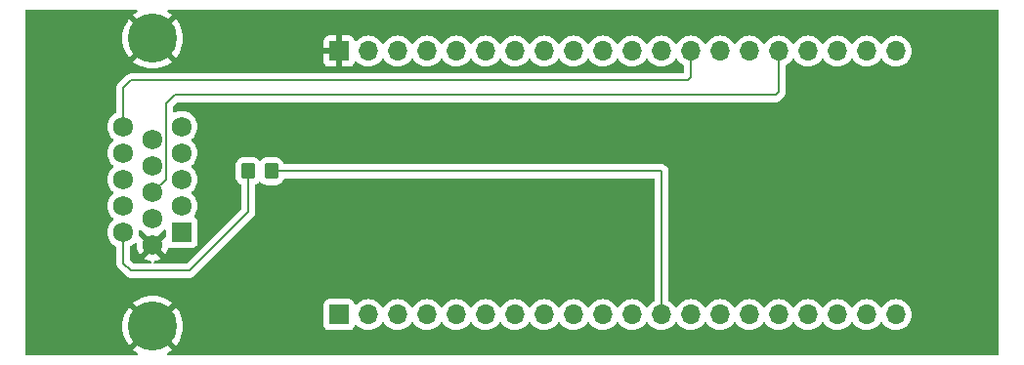
<source format=gtl>
G04 #@! TF.GenerationSoftware,KiCad,Pcbnew,8.0.9-8.0.9-0~ubuntu20.04.1*
G04 #@! TF.CreationDate,2025-06-05T20:47:05+01:00*
G04 #@! TF.ProjectId,ggroohauga-amplifier,6767726f-6f68-4617-9567-612d616d706c,rev?*
G04 #@! TF.SameCoordinates,Original*
G04 #@! TF.FileFunction,Copper,L1,Top*
G04 #@! TF.FilePolarity,Positive*
%FSLAX46Y46*%
G04 Gerber Fmt 4.6, Leading zero omitted, Abs format (unit mm)*
G04 Created by KiCad (PCBNEW 8.0.9-8.0.9-0~ubuntu20.04.1) date 2025-06-05 20:47:05*
%MOMM*%
%LPD*%
G01*
G04 APERTURE LIST*
G04 Aperture macros list*
%AMRoundRect*
0 Rectangle with rounded corners*
0 $1 Rounding radius*
0 $2 $3 $4 $5 $6 $7 $8 $9 X,Y pos of 4 corners*
0 Add a 4 corners polygon primitive as box body*
4,1,4,$2,$3,$4,$5,$6,$7,$8,$9,$2,$3,0*
0 Add four circle primitives for the rounded corners*
1,1,$1+$1,$2,$3*
1,1,$1+$1,$4,$5*
1,1,$1+$1,$6,$7*
1,1,$1+$1,$8,$9*
0 Add four rect primitives between the rounded corners*
20,1,$1+$1,$2,$3,$4,$5,0*
20,1,$1+$1,$4,$5,$6,$7,0*
20,1,$1+$1,$6,$7,$8,$9,0*
20,1,$1+$1,$8,$9,$2,$3,0*%
G04 Aperture macros list end*
G04 #@! TA.AperFunction,ComponentPad*
%ADD10R,1.700000X1.700000*%
G04 #@! TD*
G04 #@! TA.AperFunction,ComponentPad*
%ADD11O,1.700000X1.700000*%
G04 #@! TD*
G04 #@! TA.AperFunction,SMDPad,CuDef*
%ADD12RoundRect,0.250000X0.350000X0.450000X-0.350000X0.450000X-0.350000X-0.450000X0.350000X-0.450000X0*%
G04 #@! TD*
G04 #@! TA.AperFunction,ComponentPad*
%ADD13C,4.266000*%
G04 #@! TD*
G04 #@! TA.AperFunction,ComponentPad*
%ADD14R,1.725000X1.725000*%
G04 #@! TD*
G04 #@! TA.AperFunction,ComponentPad*
%ADD15C,1.725000*%
G04 #@! TD*
G04 #@! TA.AperFunction,Conductor*
%ADD16C,0.200000*%
G04 #@! TD*
G04 APERTURE END LIST*
D10*
X81534000Y-54610000D03*
D11*
X84074000Y-54610000D03*
X86614000Y-54610000D03*
X89154000Y-54610000D03*
X91694000Y-54610000D03*
X94234000Y-54610000D03*
X96774000Y-54610000D03*
X99314000Y-54610000D03*
X101854000Y-54610000D03*
X104394000Y-54610000D03*
X106934000Y-54610000D03*
X109474000Y-54610000D03*
X112014000Y-54610000D03*
X114554000Y-54610000D03*
X117094000Y-54610000D03*
X119634000Y-54610000D03*
X122174000Y-54610000D03*
X124714000Y-54610000D03*
X127254000Y-54610000D03*
X129794000Y-54610000D03*
D10*
X81534000Y-77470000D03*
D11*
X84074000Y-77470000D03*
X86614000Y-77470000D03*
X89154000Y-77470000D03*
X91694000Y-77470000D03*
X94234000Y-77470000D03*
X96774000Y-77470000D03*
X99314000Y-77470000D03*
X101854000Y-77470000D03*
X104394000Y-77470000D03*
X106934000Y-77470000D03*
X109474000Y-77470000D03*
X112014000Y-77470000D03*
X114554000Y-77470000D03*
X117094000Y-77470000D03*
X119634000Y-77470000D03*
X122174000Y-77470000D03*
X124714000Y-77470000D03*
X127254000Y-77470000D03*
X129794000Y-77470000D03*
D12*
X75660000Y-65024000D03*
X73660000Y-65024000D03*
D13*
X65379600Y-53494200D03*
X65379600Y-78484200D03*
D14*
X67919600Y-70319200D03*
D15*
X67919600Y-68029200D03*
X67919600Y-65739200D03*
X67919600Y-63449200D03*
X67919600Y-61159200D03*
X65379600Y-71464200D03*
X65379600Y-69174200D03*
X65379600Y-66884200D03*
X65379600Y-64594200D03*
X65379600Y-62304200D03*
X62839600Y-70319200D03*
X62839600Y-68029200D03*
X62839600Y-65739200D03*
X62839600Y-63449200D03*
X62839600Y-61159200D03*
D16*
X119380000Y-58420000D02*
X67310000Y-58420000D01*
X119634000Y-58166000D02*
X119380000Y-58420000D01*
X65379600Y-66884200D02*
X66542100Y-65721700D01*
X119634000Y-54610000D02*
X119634000Y-58166000D01*
X66542100Y-65721700D02*
X66542100Y-59187900D01*
X66542100Y-59187900D02*
X67310000Y-58420000D01*
X62839600Y-57810400D02*
X62839600Y-61159200D01*
X112014000Y-54610000D02*
X112014000Y-56896000D01*
X111760000Y-57150000D02*
X63500000Y-57150000D01*
X63500000Y-57150000D02*
X62839600Y-57810400D01*
X112014000Y-56896000D02*
X111760000Y-57150000D01*
X73660000Y-65024000D02*
X73660000Y-68580000D01*
X68580000Y-73660000D02*
X63500000Y-73660000D01*
X62839600Y-72999600D02*
X62839600Y-70319200D01*
X63500000Y-73660000D02*
X62839600Y-72999600D01*
X73660000Y-68580000D02*
X68580000Y-73660000D01*
X75660000Y-65024000D02*
X109474000Y-65024000D01*
X109474000Y-77470000D02*
X109474000Y-65024000D01*
G04 #@! TA.AperFunction,Conductor*
G36*
X63934544Y-71249259D02*
G01*
X63992160Y-71288783D01*
X64019261Y-71353182D01*
X64019625Y-71377371D01*
X64012430Y-71464204D01*
X64012430Y-71464206D01*
X64031074Y-71689221D01*
X64031076Y-71689229D01*
X64086507Y-71908120D01*
X64177208Y-72114897D01*
X64255505Y-72234740D01*
X64835399Y-71654846D01*
X64843785Y-71686142D01*
X64919485Y-71817258D01*
X65026542Y-71924315D01*
X65157658Y-72000015D01*
X65188953Y-72008400D01*
X64607523Y-72589829D01*
X64631829Y-72608748D01*
X64830412Y-72716217D01*
X64830418Y-72716219D01*
X65043977Y-72789534D01*
X65185744Y-72813191D01*
X65248630Y-72843641D01*
X65285069Y-72903256D01*
X65283494Y-72973108D01*
X65244405Y-73031020D01*
X65180211Y-73058604D01*
X65165335Y-73059500D01*
X63800098Y-73059500D01*
X63733059Y-73039815D01*
X63712417Y-73023181D01*
X63476419Y-72787183D01*
X63442934Y-72725860D01*
X63440100Y-72699502D01*
X63440100Y-71617903D01*
X63459785Y-71550864D01*
X63505083Y-71508848D01*
X63587643Y-71464169D01*
X63587642Y-71464169D01*
X63587645Y-71464168D01*
X63765898Y-71325428D01*
X63804819Y-71283147D01*
X63864705Y-71247158D01*
X63934544Y-71249259D01*
G37*
G04 #@! TD.AperFunction*
G04 #@! TA.AperFunction,Conductor*
G36*
X64396888Y-70122631D02*
G01*
X64414929Y-70138744D01*
X64453302Y-70180428D01*
X64453306Y-70180431D01*
X64453308Y-70180433D01*
X64558124Y-70262015D01*
X64598937Y-70318725D01*
X64600754Y-70331800D01*
X65188953Y-70919999D01*
X65157658Y-70928385D01*
X65026542Y-71004085D01*
X64919485Y-71111142D01*
X64843785Y-71242258D01*
X64835399Y-71273552D01*
X64221776Y-70659929D01*
X64188291Y-70598606D01*
X64189126Y-70549597D01*
X64187774Y-70549372D01*
X64188618Y-70544309D01*
X64207271Y-70319205D01*
X64207271Y-70319194D01*
X64200126Y-70232970D01*
X64214207Y-70164534D01*
X64263052Y-70114575D01*
X64331153Y-70098954D01*
X64396888Y-70122631D01*
G37*
G04 #@! TD.AperFunction*
G04 #@! TA.AperFunction,Conductor*
G36*
X66471095Y-70108004D02*
G01*
X66528711Y-70147527D01*
X66555813Y-70211927D01*
X66556600Y-70225877D01*
X66556600Y-70589390D01*
X66536915Y-70656429D01*
X66520281Y-70677071D01*
X65923800Y-71273552D01*
X65915415Y-71242258D01*
X65839715Y-71111142D01*
X65732658Y-71004085D01*
X65601542Y-70928385D01*
X65570246Y-70919999D01*
X66162534Y-70327711D01*
X66168968Y-70299421D01*
X66201072Y-70262017D01*
X66305898Y-70180428D01*
X66341372Y-70141892D01*
X66401257Y-70105904D01*
X66471095Y-70108004D01*
G37*
G04 #@! TD.AperFunction*
G04 #@! TA.AperFunction,Conductor*
G36*
X64045335Y-51015385D02*
G01*
X64091090Y-51068189D01*
X64101034Y-51137347D01*
X64072009Y-51200903D01*
X64042445Y-51225817D01*
X63881157Y-51323317D01*
X63881153Y-51323320D01*
X63702354Y-51463399D01*
X63702354Y-51463400D01*
X64421003Y-52182049D01*
X64320983Y-52254719D01*
X64140119Y-52435583D01*
X64067449Y-52535603D01*
X63348800Y-51816954D01*
X63348799Y-51816954D01*
X63208720Y-51995753D01*
X63208717Y-51995757D01*
X63043936Y-52268341D01*
X63043931Y-52268351D01*
X62913199Y-52558826D01*
X62913195Y-52558837D01*
X62818436Y-52862930D01*
X62761019Y-53176251D01*
X62741787Y-53494200D01*
X62761019Y-53812148D01*
X62818436Y-54125469D01*
X62913195Y-54429562D01*
X62913199Y-54429573D01*
X63043931Y-54720048D01*
X63043936Y-54720058D01*
X63208716Y-54992640D01*
X63208726Y-54992655D01*
X63348799Y-55171444D01*
X63348800Y-55171444D01*
X64067449Y-54452795D01*
X64140119Y-54552817D01*
X64320983Y-54733681D01*
X64421003Y-54806349D01*
X63702354Y-55524998D01*
X63702354Y-55524999D01*
X63881153Y-55665079D01*
X63881160Y-55665084D01*
X64153741Y-55829863D01*
X64153751Y-55829868D01*
X64444226Y-55960600D01*
X64444237Y-55960604D01*
X64748330Y-56055363D01*
X65061651Y-56112780D01*
X65379600Y-56132012D01*
X65697548Y-56112780D01*
X66010869Y-56055363D01*
X66314962Y-55960604D01*
X66314973Y-55960600D01*
X66605448Y-55829868D01*
X66605458Y-55829863D01*
X66878039Y-55665084D01*
X66878046Y-55665079D01*
X67056844Y-55524999D01*
X67056844Y-55524998D01*
X66338196Y-54806350D01*
X66438217Y-54733681D01*
X66619081Y-54552817D01*
X66691750Y-54452796D01*
X67410398Y-55171444D01*
X67410399Y-55171444D01*
X67550479Y-54992646D01*
X67550484Y-54992639D01*
X67715263Y-54720058D01*
X67715268Y-54720048D01*
X67846000Y-54429573D01*
X67846004Y-54429562D01*
X67940763Y-54125469D01*
X67998180Y-53812148D01*
X68017412Y-53494200D01*
X67998180Y-53176251D01*
X67940763Y-52862930D01*
X67846004Y-52558837D01*
X67846000Y-52558826D01*
X67715268Y-52268351D01*
X67715263Y-52268341D01*
X67550484Y-51995760D01*
X67550479Y-51995753D01*
X67410398Y-51816954D01*
X66691749Y-52535602D01*
X66619081Y-52435583D01*
X66438217Y-52254719D01*
X66338195Y-52182049D01*
X67056844Y-51463400D01*
X67056844Y-51463399D01*
X66878055Y-51323326D01*
X66878040Y-51323316D01*
X66716755Y-51225817D01*
X66669567Y-51174290D01*
X66657728Y-51105430D01*
X66684996Y-51041102D01*
X66742715Y-51001727D01*
X66780904Y-50995700D01*
X138592900Y-50995700D01*
X138659939Y-51015385D01*
X138705694Y-51068189D01*
X138716900Y-51119700D01*
X138716900Y-80858700D01*
X138697215Y-80925739D01*
X138644411Y-80971494D01*
X138592900Y-80982700D01*
X66780904Y-80982700D01*
X66713865Y-80963015D01*
X66668110Y-80910211D01*
X66658166Y-80841053D01*
X66687191Y-80777497D01*
X66716755Y-80752583D01*
X66878039Y-80655084D01*
X66878046Y-80655079D01*
X67056844Y-80514999D01*
X67056844Y-80514998D01*
X66338196Y-79796350D01*
X66438217Y-79723681D01*
X66619081Y-79542817D01*
X66691750Y-79442796D01*
X67410398Y-80161444D01*
X67410399Y-80161444D01*
X67550479Y-79982646D01*
X67550484Y-79982639D01*
X67715263Y-79710058D01*
X67715268Y-79710048D01*
X67846000Y-79419573D01*
X67846004Y-79419562D01*
X67940763Y-79115469D01*
X67998180Y-78802148D01*
X68017412Y-78484200D01*
X67998180Y-78166251D01*
X67940763Y-77852930D01*
X67846004Y-77548837D01*
X67846000Y-77548826D01*
X67715268Y-77258351D01*
X67715263Y-77258341D01*
X67550484Y-76985760D01*
X67550479Y-76985753D01*
X67410398Y-76806954D01*
X66691749Y-77525602D01*
X66619081Y-77425583D01*
X66438217Y-77244719D01*
X66338195Y-77172049D01*
X67056844Y-76453400D01*
X67056844Y-76453399D01*
X66878055Y-76313326D01*
X66878040Y-76313316D01*
X66605458Y-76148536D01*
X66605448Y-76148531D01*
X66314973Y-76017799D01*
X66314962Y-76017795D01*
X66010869Y-75923036D01*
X65697548Y-75865619D01*
X65379600Y-75846387D01*
X65061651Y-75865619D01*
X64748330Y-75923036D01*
X64444237Y-76017795D01*
X64444226Y-76017799D01*
X64153751Y-76148531D01*
X64153741Y-76148536D01*
X63881157Y-76313317D01*
X63881153Y-76313320D01*
X63702354Y-76453399D01*
X63702354Y-76453400D01*
X64421003Y-77172049D01*
X64320983Y-77244719D01*
X64140119Y-77425583D01*
X64067449Y-77525603D01*
X63348800Y-76806954D01*
X63348799Y-76806954D01*
X63208720Y-76985753D01*
X63208717Y-76985757D01*
X63043936Y-77258341D01*
X63043931Y-77258351D01*
X62913199Y-77548826D01*
X62913195Y-77548837D01*
X62818436Y-77852930D01*
X62761019Y-78166251D01*
X62741787Y-78484200D01*
X62761019Y-78802148D01*
X62818436Y-79115469D01*
X62913195Y-79419562D01*
X62913199Y-79419573D01*
X63043931Y-79710048D01*
X63043936Y-79710058D01*
X63208716Y-79982640D01*
X63208726Y-79982655D01*
X63348799Y-80161444D01*
X63348800Y-80161444D01*
X64067449Y-79442795D01*
X64140119Y-79542817D01*
X64320983Y-79723681D01*
X64421003Y-79796349D01*
X63702354Y-80514998D01*
X63702354Y-80514999D01*
X63881153Y-80655079D01*
X63881160Y-80655084D01*
X64042445Y-80752583D01*
X64089633Y-80804110D01*
X64101472Y-80872970D01*
X64074204Y-80937298D01*
X64016485Y-80976673D01*
X63978296Y-80982700D01*
X54497900Y-80982700D01*
X54430861Y-80963015D01*
X54385106Y-80910211D01*
X54373900Y-80858700D01*
X54373900Y-61159194D01*
X61471929Y-61159194D01*
X61471929Y-61159205D01*
X61490581Y-61384307D01*
X61546033Y-61603282D01*
X61636768Y-61810138D01*
X61760315Y-61999242D01*
X61913298Y-62165424D01*
X61913303Y-62165429D01*
X61965874Y-62206347D01*
X62006687Y-62263058D01*
X62010360Y-62332831D01*
X61975729Y-62393514D01*
X61965874Y-62402053D01*
X61913303Y-62442970D01*
X61913298Y-62442975D01*
X61760315Y-62609157D01*
X61636768Y-62798261D01*
X61546033Y-63005117D01*
X61490581Y-63224092D01*
X61471929Y-63449194D01*
X61471929Y-63449205D01*
X61490581Y-63674307D01*
X61546033Y-63893282D01*
X61636768Y-64100138D01*
X61760315Y-64289242D01*
X61913298Y-64455424D01*
X61913303Y-64455429D01*
X61965874Y-64496347D01*
X62006687Y-64553058D01*
X62010360Y-64622831D01*
X61975729Y-64683514D01*
X61965874Y-64692053D01*
X61913303Y-64732970D01*
X61913298Y-64732975D01*
X61760315Y-64899157D01*
X61636768Y-65088261D01*
X61546033Y-65295117D01*
X61490581Y-65514092D01*
X61471929Y-65739194D01*
X61471929Y-65739205D01*
X61490581Y-65964307D01*
X61546033Y-66183282D01*
X61636768Y-66390138D01*
X61760315Y-66579242D01*
X61913298Y-66745424D01*
X61913303Y-66745429D01*
X61965874Y-66786347D01*
X62006687Y-66843058D01*
X62010360Y-66912831D01*
X61975729Y-66973514D01*
X61965874Y-66982053D01*
X61913303Y-67022970D01*
X61913298Y-67022975D01*
X61760315Y-67189157D01*
X61636768Y-67378261D01*
X61546033Y-67585117D01*
X61490581Y-67804092D01*
X61471929Y-68029194D01*
X61471929Y-68029205D01*
X61490581Y-68254307D01*
X61546033Y-68473282D01*
X61636768Y-68680138D01*
X61760315Y-68869242D01*
X61913298Y-69035424D01*
X61913303Y-69035429D01*
X61965874Y-69076347D01*
X62006687Y-69133058D01*
X62010360Y-69202831D01*
X61975729Y-69263514D01*
X61965874Y-69272053D01*
X61913303Y-69312970D01*
X61913298Y-69312975D01*
X61760315Y-69479157D01*
X61636768Y-69668261D01*
X61546033Y-69875117D01*
X61490581Y-70094092D01*
X61471929Y-70319194D01*
X61471929Y-70319205D01*
X61490581Y-70544307D01*
X61546033Y-70763282D01*
X61636768Y-70970138D01*
X61760315Y-71159242D01*
X61913298Y-71325424D01*
X61913302Y-71325428D01*
X61994337Y-71388500D01*
X62091552Y-71464166D01*
X62091556Y-71464169D01*
X62174117Y-71508848D01*
X62223708Y-71558067D01*
X62239100Y-71617903D01*
X62239100Y-72912930D01*
X62239099Y-72912948D01*
X62239099Y-73078654D01*
X62239098Y-73078654D01*
X62280023Y-73231385D01*
X62308958Y-73281500D01*
X62308959Y-73281504D01*
X62308960Y-73281504D01*
X62359079Y-73368314D01*
X62359081Y-73368317D01*
X62477949Y-73487185D01*
X62477954Y-73487189D01*
X63131284Y-74140520D01*
X63131286Y-74140521D01*
X63131290Y-74140524D01*
X63268209Y-74219573D01*
X63268216Y-74219577D01*
X63420943Y-74260501D01*
X63420945Y-74260501D01*
X63586654Y-74260501D01*
X63586670Y-74260500D01*
X68493331Y-74260500D01*
X68493347Y-74260501D01*
X68500943Y-74260501D01*
X68659054Y-74260501D01*
X68659057Y-74260501D01*
X68811785Y-74219577D01*
X68861904Y-74190639D01*
X68948716Y-74140520D01*
X69060520Y-74028716D01*
X69060520Y-74028714D01*
X69070728Y-74018507D01*
X69070730Y-74018504D01*
X74018506Y-69070728D01*
X74018511Y-69070724D01*
X74028714Y-69060520D01*
X74028716Y-69060520D01*
X74140520Y-68948716D01*
X74186404Y-68869242D01*
X74197766Y-68849563D01*
X74197769Y-68849554D01*
X74197775Y-68849546D01*
X74219577Y-68811785D01*
X74260501Y-68659057D01*
X74260501Y-68500943D01*
X74260501Y-68493348D01*
X74260500Y-68493330D01*
X74260500Y-66269908D01*
X74280185Y-66202869D01*
X74324271Y-66164363D01*
X74323187Y-66162605D01*
X74329332Y-66158814D01*
X74329334Y-66158814D01*
X74478656Y-66066712D01*
X74572319Y-65973049D01*
X74633642Y-65939564D01*
X74703334Y-65944548D01*
X74747681Y-65973049D01*
X74841344Y-66066712D01*
X74990666Y-66158814D01*
X75157203Y-66213999D01*
X75259991Y-66224500D01*
X76060008Y-66224499D01*
X76060016Y-66224498D01*
X76060019Y-66224498D01*
X76116302Y-66218748D01*
X76162797Y-66213999D01*
X76329334Y-66158814D01*
X76478656Y-66066712D01*
X76602712Y-65942656D01*
X76694814Y-65793334D01*
X76722595Y-65709495D01*
X76762368Y-65652051D01*
X76826884Y-65625228D01*
X76840301Y-65624500D01*
X108749500Y-65624500D01*
X108816539Y-65644185D01*
X108862294Y-65696989D01*
X108873500Y-65748500D01*
X108873500Y-76180908D01*
X108853815Y-76247947D01*
X108801914Y-76293286D01*
X108796173Y-76295963D01*
X108796169Y-76295965D01*
X108602597Y-76431505D01*
X108435505Y-76598597D01*
X108305575Y-76784158D01*
X108250998Y-76827783D01*
X108181500Y-76834977D01*
X108119145Y-76803454D01*
X108102425Y-76784158D01*
X107972494Y-76598597D01*
X107805402Y-76431506D01*
X107805395Y-76431501D01*
X107611834Y-76295967D01*
X107611830Y-76295965D01*
X107606085Y-76293286D01*
X107397663Y-76196097D01*
X107397659Y-76196096D01*
X107397655Y-76196094D01*
X107169413Y-76134938D01*
X107169403Y-76134936D01*
X106934001Y-76114341D01*
X106933999Y-76114341D01*
X106698596Y-76134936D01*
X106698586Y-76134938D01*
X106470344Y-76196094D01*
X106470335Y-76196098D01*
X106256171Y-76295964D01*
X106256169Y-76295965D01*
X106062597Y-76431505D01*
X105895505Y-76598597D01*
X105765575Y-76784158D01*
X105710998Y-76827783D01*
X105641500Y-76834977D01*
X105579145Y-76803454D01*
X105562425Y-76784158D01*
X105432494Y-76598597D01*
X105265402Y-76431506D01*
X105265395Y-76431501D01*
X105071834Y-76295967D01*
X105071830Y-76295965D01*
X105066085Y-76293286D01*
X104857663Y-76196097D01*
X104857659Y-76196096D01*
X104857655Y-76196094D01*
X104629413Y-76134938D01*
X104629403Y-76134936D01*
X104394001Y-76114341D01*
X104393999Y-76114341D01*
X104158596Y-76134936D01*
X104158586Y-76134938D01*
X103930344Y-76196094D01*
X103930335Y-76196098D01*
X103716171Y-76295964D01*
X103716169Y-76295965D01*
X103522597Y-76431505D01*
X103355505Y-76598597D01*
X103225575Y-76784158D01*
X103170998Y-76827783D01*
X103101500Y-76834977D01*
X103039145Y-76803454D01*
X103022425Y-76784158D01*
X102892494Y-76598597D01*
X102725402Y-76431506D01*
X102725395Y-76431501D01*
X102531834Y-76295967D01*
X102531830Y-76295965D01*
X102526085Y-76293286D01*
X102317663Y-76196097D01*
X102317659Y-76196096D01*
X102317655Y-76196094D01*
X102089413Y-76134938D01*
X102089403Y-76134936D01*
X101854001Y-76114341D01*
X101853999Y-76114341D01*
X101618596Y-76134936D01*
X101618586Y-76134938D01*
X101390344Y-76196094D01*
X101390335Y-76196098D01*
X101176171Y-76295964D01*
X101176169Y-76295965D01*
X100982597Y-76431505D01*
X100815505Y-76598597D01*
X100685575Y-76784158D01*
X100630998Y-76827783D01*
X100561500Y-76834977D01*
X100499145Y-76803454D01*
X100482425Y-76784158D01*
X100352494Y-76598597D01*
X100185402Y-76431506D01*
X100185395Y-76431501D01*
X99991834Y-76295967D01*
X99991830Y-76295965D01*
X99986085Y-76293286D01*
X99777663Y-76196097D01*
X99777659Y-76196096D01*
X99777655Y-76196094D01*
X99549413Y-76134938D01*
X99549403Y-76134936D01*
X99314001Y-76114341D01*
X99313999Y-76114341D01*
X99078596Y-76134936D01*
X99078586Y-76134938D01*
X98850344Y-76196094D01*
X98850335Y-76196098D01*
X98636171Y-76295964D01*
X98636169Y-76295965D01*
X98442597Y-76431505D01*
X98275505Y-76598597D01*
X98145575Y-76784158D01*
X98090998Y-76827783D01*
X98021500Y-76834977D01*
X97959145Y-76803454D01*
X97942425Y-76784158D01*
X97812494Y-76598597D01*
X97645402Y-76431506D01*
X97645395Y-76431501D01*
X97451834Y-76295967D01*
X97451830Y-76295965D01*
X97446085Y-76293286D01*
X97237663Y-76196097D01*
X97237659Y-76196096D01*
X97237655Y-76196094D01*
X97009413Y-76134938D01*
X97009403Y-76134936D01*
X96774001Y-76114341D01*
X96773999Y-76114341D01*
X96538596Y-76134936D01*
X96538586Y-76134938D01*
X96310344Y-76196094D01*
X96310335Y-76196098D01*
X96096171Y-76295964D01*
X96096169Y-76295965D01*
X95902597Y-76431505D01*
X95735505Y-76598597D01*
X95605575Y-76784158D01*
X95550998Y-76827783D01*
X95481500Y-76834977D01*
X95419145Y-76803454D01*
X95402425Y-76784158D01*
X95272494Y-76598597D01*
X95105402Y-76431506D01*
X95105395Y-76431501D01*
X94911834Y-76295967D01*
X94911830Y-76295965D01*
X94906085Y-76293286D01*
X94697663Y-76196097D01*
X94697659Y-76196096D01*
X94697655Y-76196094D01*
X94469413Y-76134938D01*
X94469403Y-76134936D01*
X94234001Y-76114341D01*
X94233999Y-76114341D01*
X93998596Y-76134936D01*
X93998586Y-76134938D01*
X93770344Y-76196094D01*
X93770335Y-76196098D01*
X93556171Y-76295964D01*
X93556169Y-76295965D01*
X93362597Y-76431505D01*
X93195505Y-76598597D01*
X93065575Y-76784158D01*
X93010998Y-76827783D01*
X92941500Y-76834977D01*
X92879145Y-76803454D01*
X92862425Y-76784158D01*
X92732494Y-76598597D01*
X92565402Y-76431506D01*
X92565395Y-76431501D01*
X92371834Y-76295967D01*
X92371830Y-76295965D01*
X92366085Y-76293286D01*
X92157663Y-76196097D01*
X92157659Y-76196096D01*
X92157655Y-76196094D01*
X91929413Y-76134938D01*
X91929403Y-76134936D01*
X91694001Y-76114341D01*
X91693999Y-76114341D01*
X91458596Y-76134936D01*
X91458586Y-76134938D01*
X91230344Y-76196094D01*
X91230335Y-76196098D01*
X91016171Y-76295964D01*
X91016169Y-76295965D01*
X90822597Y-76431505D01*
X90655505Y-76598597D01*
X90525575Y-76784158D01*
X90470998Y-76827783D01*
X90401500Y-76834977D01*
X90339145Y-76803454D01*
X90322425Y-76784158D01*
X90192494Y-76598597D01*
X90025402Y-76431506D01*
X90025395Y-76431501D01*
X89831834Y-76295967D01*
X89831830Y-76295965D01*
X89826085Y-76293286D01*
X89617663Y-76196097D01*
X89617659Y-76196096D01*
X89617655Y-76196094D01*
X89389413Y-76134938D01*
X89389403Y-76134936D01*
X89154001Y-76114341D01*
X89153999Y-76114341D01*
X88918596Y-76134936D01*
X88918586Y-76134938D01*
X88690344Y-76196094D01*
X88690335Y-76196098D01*
X88476171Y-76295964D01*
X88476169Y-76295965D01*
X88282597Y-76431505D01*
X88115505Y-76598597D01*
X87985575Y-76784158D01*
X87930998Y-76827783D01*
X87861500Y-76834977D01*
X87799145Y-76803454D01*
X87782425Y-76784158D01*
X87652494Y-76598597D01*
X87485402Y-76431506D01*
X87485395Y-76431501D01*
X87291834Y-76295967D01*
X87291830Y-76295965D01*
X87286085Y-76293286D01*
X87077663Y-76196097D01*
X87077659Y-76196096D01*
X87077655Y-76196094D01*
X86849413Y-76134938D01*
X86849403Y-76134936D01*
X86614001Y-76114341D01*
X86613999Y-76114341D01*
X86378596Y-76134936D01*
X86378586Y-76134938D01*
X86150344Y-76196094D01*
X86150335Y-76196098D01*
X85936171Y-76295964D01*
X85936169Y-76295965D01*
X85742597Y-76431505D01*
X85575505Y-76598597D01*
X85445575Y-76784158D01*
X85390998Y-76827783D01*
X85321500Y-76834977D01*
X85259145Y-76803454D01*
X85242425Y-76784158D01*
X85112494Y-76598597D01*
X84945402Y-76431506D01*
X84945395Y-76431501D01*
X84751834Y-76295967D01*
X84751830Y-76295965D01*
X84746085Y-76293286D01*
X84537663Y-76196097D01*
X84537659Y-76196096D01*
X84537655Y-76196094D01*
X84309413Y-76134938D01*
X84309403Y-76134936D01*
X84074001Y-76114341D01*
X84073999Y-76114341D01*
X83838596Y-76134936D01*
X83838586Y-76134938D01*
X83610344Y-76196094D01*
X83610335Y-76196098D01*
X83396171Y-76295964D01*
X83396169Y-76295965D01*
X83202600Y-76431503D01*
X83080673Y-76553430D01*
X83019350Y-76586914D01*
X82949658Y-76581930D01*
X82893725Y-76540058D01*
X82876810Y-76509081D01*
X82827797Y-76377671D01*
X82827793Y-76377664D01*
X82741547Y-76262455D01*
X82741544Y-76262452D01*
X82626335Y-76176206D01*
X82626328Y-76176202D01*
X82491482Y-76125908D01*
X82491483Y-76125908D01*
X82431883Y-76119501D01*
X82431881Y-76119500D01*
X82431873Y-76119500D01*
X82431864Y-76119500D01*
X80636129Y-76119500D01*
X80636123Y-76119501D01*
X80576516Y-76125908D01*
X80441671Y-76176202D01*
X80441664Y-76176206D01*
X80326455Y-76262452D01*
X80326452Y-76262455D01*
X80240206Y-76377664D01*
X80240202Y-76377671D01*
X80189908Y-76512517D01*
X80183501Y-76572116D01*
X80183500Y-76572135D01*
X80183500Y-78367870D01*
X80183501Y-78367876D01*
X80189908Y-78427483D01*
X80240202Y-78562328D01*
X80240206Y-78562335D01*
X80326452Y-78677544D01*
X80326455Y-78677547D01*
X80441664Y-78763793D01*
X80441671Y-78763797D01*
X80576517Y-78814091D01*
X80576516Y-78814091D01*
X80583444Y-78814835D01*
X80636127Y-78820500D01*
X82431872Y-78820499D01*
X82491483Y-78814091D01*
X82626331Y-78763796D01*
X82741546Y-78677546D01*
X82827796Y-78562331D01*
X82876810Y-78430916D01*
X82918681Y-78374984D01*
X82984145Y-78350566D01*
X83052418Y-78365417D01*
X83080673Y-78386569D01*
X83202599Y-78508495D01*
X83299384Y-78576265D01*
X83396165Y-78644032D01*
X83396167Y-78644033D01*
X83396170Y-78644035D01*
X83610337Y-78743903D01*
X83838592Y-78805063D01*
X84015034Y-78820500D01*
X84073999Y-78825659D01*
X84074000Y-78825659D01*
X84074001Y-78825659D01*
X84132966Y-78820500D01*
X84309408Y-78805063D01*
X84537663Y-78743903D01*
X84751830Y-78644035D01*
X84945401Y-78508495D01*
X85112495Y-78341401D01*
X85226891Y-78178026D01*
X85242425Y-78155842D01*
X85297002Y-78112217D01*
X85366500Y-78105023D01*
X85428855Y-78136546D01*
X85445575Y-78155842D01*
X85575500Y-78341395D01*
X85575505Y-78341401D01*
X85742599Y-78508495D01*
X85839384Y-78576265D01*
X85936165Y-78644032D01*
X85936167Y-78644033D01*
X85936170Y-78644035D01*
X86150337Y-78743903D01*
X86378592Y-78805063D01*
X86555034Y-78820500D01*
X86613999Y-78825659D01*
X86614000Y-78825659D01*
X86614001Y-78825659D01*
X86672966Y-78820500D01*
X86849408Y-78805063D01*
X87077663Y-78743903D01*
X87291830Y-78644035D01*
X87485401Y-78508495D01*
X87652495Y-78341401D01*
X87766891Y-78178026D01*
X87782425Y-78155842D01*
X87837002Y-78112217D01*
X87906500Y-78105023D01*
X87968855Y-78136546D01*
X87985575Y-78155842D01*
X88115500Y-78341395D01*
X88115505Y-78341401D01*
X88282599Y-78508495D01*
X88379384Y-78576265D01*
X88476165Y-78644032D01*
X88476167Y-78644033D01*
X88476170Y-78644035D01*
X88690337Y-78743903D01*
X88918592Y-78805063D01*
X89095034Y-78820500D01*
X89153999Y-78825659D01*
X89154000Y-78825659D01*
X89154001Y-78825659D01*
X89212966Y-78820500D01*
X89389408Y-78805063D01*
X89617663Y-78743903D01*
X89831830Y-78644035D01*
X90025401Y-78508495D01*
X90192495Y-78341401D01*
X90306891Y-78178026D01*
X90322425Y-78155842D01*
X90377002Y-78112217D01*
X90446500Y-78105023D01*
X90508855Y-78136546D01*
X90525575Y-78155842D01*
X90655500Y-78341395D01*
X90655505Y-78341401D01*
X90822599Y-78508495D01*
X90919384Y-78576265D01*
X91016165Y-78644032D01*
X91016167Y-78644033D01*
X91016170Y-78644035D01*
X91230337Y-78743903D01*
X91458592Y-78805063D01*
X91635034Y-78820500D01*
X91693999Y-78825659D01*
X91694000Y-78825659D01*
X91694001Y-78825659D01*
X91752966Y-78820500D01*
X91929408Y-78805063D01*
X92157663Y-78743903D01*
X92371830Y-78644035D01*
X92565401Y-78508495D01*
X92732495Y-78341401D01*
X92846891Y-78178026D01*
X92862425Y-78155842D01*
X92917002Y-78112217D01*
X92986500Y-78105023D01*
X93048855Y-78136546D01*
X93065575Y-78155842D01*
X93195500Y-78341395D01*
X93195505Y-78341401D01*
X93362599Y-78508495D01*
X93459384Y-78576265D01*
X93556165Y-78644032D01*
X93556167Y-78644033D01*
X93556170Y-78644035D01*
X93770337Y-78743903D01*
X93998592Y-78805063D01*
X94175034Y-78820500D01*
X94233999Y-78825659D01*
X94234000Y-78825659D01*
X94234001Y-78825659D01*
X94292966Y-78820500D01*
X94469408Y-78805063D01*
X94697663Y-78743903D01*
X94911830Y-78644035D01*
X95105401Y-78508495D01*
X95272495Y-78341401D01*
X95386891Y-78178026D01*
X95402425Y-78155842D01*
X95457002Y-78112217D01*
X95526500Y-78105023D01*
X95588855Y-78136546D01*
X95605575Y-78155842D01*
X95735500Y-78341395D01*
X95735505Y-78341401D01*
X95902599Y-78508495D01*
X95999384Y-78576265D01*
X96096165Y-78644032D01*
X96096167Y-78644033D01*
X96096170Y-78644035D01*
X96310337Y-78743903D01*
X96538592Y-78805063D01*
X96715034Y-78820500D01*
X96773999Y-78825659D01*
X96774000Y-78825659D01*
X96774001Y-78825659D01*
X96832966Y-78820500D01*
X97009408Y-78805063D01*
X97237663Y-78743903D01*
X97451830Y-78644035D01*
X97645401Y-78508495D01*
X97812495Y-78341401D01*
X97926891Y-78178026D01*
X97942425Y-78155842D01*
X97997002Y-78112217D01*
X98066500Y-78105023D01*
X98128855Y-78136546D01*
X98145575Y-78155842D01*
X98275500Y-78341395D01*
X98275505Y-78341401D01*
X98442599Y-78508495D01*
X98539384Y-78576265D01*
X98636165Y-78644032D01*
X98636167Y-78644033D01*
X98636170Y-78644035D01*
X98850337Y-78743903D01*
X99078592Y-78805063D01*
X99255034Y-78820500D01*
X99313999Y-78825659D01*
X99314000Y-78825659D01*
X99314001Y-78825659D01*
X99372966Y-78820500D01*
X99549408Y-78805063D01*
X99777663Y-78743903D01*
X99991830Y-78644035D01*
X100185401Y-78508495D01*
X100352495Y-78341401D01*
X100466891Y-78178026D01*
X100482425Y-78155842D01*
X100537002Y-78112217D01*
X100606500Y-78105023D01*
X100668855Y-78136546D01*
X100685575Y-78155842D01*
X100815500Y-78341395D01*
X100815505Y-78341401D01*
X100982599Y-78508495D01*
X101079384Y-78576265D01*
X101176165Y-78644032D01*
X101176167Y-78644033D01*
X101176170Y-78644035D01*
X101390337Y-78743903D01*
X101618592Y-78805063D01*
X101795034Y-78820500D01*
X101853999Y-78825659D01*
X101854000Y-78825659D01*
X101854001Y-78825659D01*
X101912966Y-78820500D01*
X102089408Y-78805063D01*
X102317663Y-78743903D01*
X102531830Y-78644035D01*
X102725401Y-78508495D01*
X102892495Y-78341401D01*
X103006891Y-78178026D01*
X103022425Y-78155842D01*
X103077002Y-78112217D01*
X103146500Y-78105023D01*
X103208855Y-78136546D01*
X103225575Y-78155842D01*
X103355500Y-78341395D01*
X103355505Y-78341401D01*
X103522599Y-78508495D01*
X103619384Y-78576265D01*
X103716165Y-78644032D01*
X103716167Y-78644033D01*
X103716170Y-78644035D01*
X103930337Y-78743903D01*
X104158592Y-78805063D01*
X104335034Y-78820500D01*
X104393999Y-78825659D01*
X104394000Y-78825659D01*
X104394001Y-78825659D01*
X104452966Y-78820500D01*
X104629408Y-78805063D01*
X104857663Y-78743903D01*
X105071830Y-78644035D01*
X105265401Y-78508495D01*
X105432495Y-78341401D01*
X105546891Y-78178026D01*
X105562425Y-78155842D01*
X105617002Y-78112217D01*
X105686500Y-78105023D01*
X105748855Y-78136546D01*
X105765575Y-78155842D01*
X105895500Y-78341395D01*
X105895505Y-78341401D01*
X106062599Y-78508495D01*
X106159384Y-78576265D01*
X106256165Y-78644032D01*
X106256167Y-78644033D01*
X106256170Y-78644035D01*
X106470337Y-78743903D01*
X106698592Y-78805063D01*
X106875034Y-78820500D01*
X106933999Y-78825659D01*
X106934000Y-78825659D01*
X106934001Y-78825659D01*
X106992966Y-78820500D01*
X107169408Y-78805063D01*
X107397663Y-78743903D01*
X107611830Y-78644035D01*
X107805401Y-78508495D01*
X107972495Y-78341401D01*
X108086891Y-78178026D01*
X108102425Y-78155842D01*
X108157002Y-78112217D01*
X108226500Y-78105023D01*
X108288855Y-78136546D01*
X108305575Y-78155842D01*
X108435500Y-78341395D01*
X108435505Y-78341401D01*
X108602599Y-78508495D01*
X108699384Y-78576265D01*
X108796165Y-78644032D01*
X108796167Y-78644033D01*
X108796170Y-78644035D01*
X109010337Y-78743903D01*
X109238592Y-78805063D01*
X109415034Y-78820500D01*
X109473999Y-78825659D01*
X109474000Y-78825659D01*
X109474001Y-78825659D01*
X109532966Y-78820500D01*
X109709408Y-78805063D01*
X109937663Y-78743903D01*
X110151830Y-78644035D01*
X110345401Y-78508495D01*
X110512495Y-78341401D01*
X110626891Y-78178026D01*
X110642425Y-78155842D01*
X110697002Y-78112217D01*
X110766500Y-78105023D01*
X110828855Y-78136546D01*
X110845575Y-78155842D01*
X110975500Y-78341395D01*
X110975505Y-78341401D01*
X111142599Y-78508495D01*
X111239384Y-78576265D01*
X111336165Y-78644032D01*
X111336167Y-78644033D01*
X111336170Y-78644035D01*
X111550337Y-78743903D01*
X111778592Y-78805063D01*
X111955034Y-78820500D01*
X112013999Y-78825659D01*
X112014000Y-78825659D01*
X112014001Y-78825659D01*
X112072966Y-78820500D01*
X112249408Y-78805063D01*
X112477663Y-78743903D01*
X112691830Y-78644035D01*
X112885401Y-78508495D01*
X113052495Y-78341401D01*
X113166891Y-78178026D01*
X113182425Y-78155842D01*
X113237002Y-78112217D01*
X113306500Y-78105023D01*
X113368855Y-78136546D01*
X113385575Y-78155842D01*
X113515500Y-78341395D01*
X113515505Y-78341401D01*
X113682599Y-78508495D01*
X113779384Y-78576265D01*
X113876165Y-78644032D01*
X113876167Y-78644033D01*
X113876170Y-78644035D01*
X114090337Y-78743903D01*
X114318592Y-78805063D01*
X114495034Y-78820500D01*
X114553999Y-78825659D01*
X114554000Y-78825659D01*
X114554001Y-78825659D01*
X114612966Y-78820500D01*
X114789408Y-78805063D01*
X115017663Y-78743903D01*
X115231830Y-78644035D01*
X115425401Y-78508495D01*
X115592495Y-78341401D01*
X115706891Y-78178026D01*
X115722425Y-78155842D01*
X115777002Y-78112217D01*
X115846500Y-78105023D01*
X115908855Y-78136546D01*
X115925575Y-78155842D01*
X116055500Y-78341395D01*
X116055505Y-78341401D01*
X116222599Y-78508495D01*
X116319384Y-78576265D01*
X116416165Y-78644032D01*
X116416167Y-78644033D01*
X116416170Y-78644035D01*
X116630337Y-78743903D01*
X116858592Y-78805063D01*
X117035034Y-78820500D01*
X117093999Y-78825659D01*
X117094000Y-78825659D01*
X117094001Y-78825659D01*
X117152966Y-78820500D01*
X117329408Y-78805063D01*
X117557663Y-78743903D01*
X117771830Y-78644035D01*
X117965401Y-78508495D01*
X118132495Y-78341401D01*
X118246891Y-78178026D01*
X118262425Y-78155842D01*
X118317002Y-78112217D01*
X118386500Y-78105023D01*
X118448855Y-78136546D01*
X118465575Y-78155842D01*
X118595500Y-78341395D01*
X118595505Y-78341401D01*
X118762599Y-78508495D01*
X118859384Y-78576265D01*
X118956165Y-78644032D01*
X118956167Y-78644033D01*
X118956170Y-78644035D01*
X119170337Y-78743903D01*
X119398592Y-78805063D01*
X119575034Y-78820500D01*
X119633999Y-78825659D01*
X119634000Y-78825659D01*
X119634001Y-78825659D01*
X119692966Y-78820500D01*
X119869408Y-78805063D01*
X120097663Y-78743903D01*
X120311830Y-78644035D01*
X120505401Y-78508495D01*
X120672495Y-78341401D01*
X120786891Y-78178026D01*
X120802425Y-78155842D01*
X120857002Y-78112217D01*
X120926500Y-78105023D01*
X120988855Y-78136546D01*
X121005575Y-78155842D01*
X121135500Y-78341395D01*
X121135505Y-78341401D01*
X121302599Y-78508495D01*
X121399384Y-78576265D01*
X121496165Y-78644032D01*
X121496167Y-78644033D01*
X121496170Y-78644035D01*
X121710337Y-78743903D01*
X121938592Y-78805063D01*
X122115034Y-78820500D01*
X122173999Y-78825659D01*
X122174000Y-78825659D01*
X122174001Y-78825659D01*
X122232966Y-78820500D01*
X122409408Y-78805063D01*
X122637663Y-78743903D01*
X122851830Y-78644035D01*
X123045401Y-78508495D01*
X123212495Y-78341401D01*
X123326891Y-78178026D01*
X123342425Y-78155842D01*
X123397002Y-78112217D01*
X123466500Y-78105023D01*
X123528855Y-78136546D01*
X123545575Y-78155842D01*
X123675500Y-78341395D01*
X123675505Y-78341401D01*
X123842599Y-78508495D01*
X123939384Y-78576265D01*
X124036165Y-78644032D01*
X124036167Y-78644033D01*
X124036170Y-78644035D01*
X124250337Y-78743903D01*
X124478592Y-78805063D01*
X124655034Y-78820500D01*
X124713999Y-78825659D01*
X124714000Y-78825659D01*
X124714001Y-78825659D01*
X124772966Y-78820500D01*
X124949408Y-78805063D01*
X125177663Y-78743903D01*
X125391830Y-78644035D01*
X125585401Y-78508495D01*
X125752495Y-78341401D01*
X125866891Y-78178026D01*
X125882425Y-78155842D01*
X125937002Y-78112217D01*
X126006500Y-78105023D01*
X126068855Y-78136546D01*
X126085575Y-78155842D01*
X126215500Y-78341395D01*
X126215505Y-78341401D01*
X126382599Y-78508495D01*
X126479384Y-78576265D01*
X126576165Y-78644032D01*
X126576167Y-78644033D01*
X126576170Y-78644035D01*
X126790337Y-78743903D01*
X127018592Y-78805063D01*
X127195034Y-78820500D01*
X127253999Y-78825659D01*
X127254000Y-78825659D01*
X127254001Y-78825659D01*
X127312966Y-78820500D01*
X127489408Y-78805063D01*
X127717663Y-78743903D01*
X127931830Y-78644035D01*
X128125401Y-78508495D01*
X128292495Y-78341401D01*
X128406891Y-78178026D01*
X128422425Y-78155842D01*
X128477002Y-78112217D01*
X128546500Y-78105023D01*
X128608855Y-78136546D01*
X128625575Y-78155842D01*
X128755500Y-78341395D01*
X128755505Y-78341401D01*
X128922599Y-78508495D01*
X129019384Y-78576265D01*
X129116165Y-78644032D01*
X129116167Y-78644033D01*
X129116170Y-78644035D01*
X129330337Y-78743903D01*
X129558592Y-78805063D01*
X129735034Y-78820500D01*
X129793999Y-78825659D01*
X129794000Y-78825659D01*
X129794001Y-78825659D01*
X129852966Y-78820500D01*
X130029408Y-78805063D01*
X130257663Y-78743903D01*
X130471830Y-78644035D01*
X130665401Y-78508495D01*
X130832495Y-78341401D01*
X130968035Y-78147830D01*
X131067903Y-77933663D01*
X131129063Y-77705408D01*
X131149659Y-77470000D01*
X131129063Y-77234592D01*
X131067903Y-77006337D01*
X130968035Y-76792171D01*
X130962425Y-76784158D01*
X130832494Y-76598597D01*
X130665402Y-76431506D01*
X130665395Y-76431501D01*
X130471834Y-76295967D01*
X130471830Y-76295965D01*
X130466085Y-76293286D01*
X130257663Y-76196097D01*
X130257659Y-76196096D01*
X130257655Y-76196094D01*
X130029413Y-76134938D01*
X130029403Y-76134936D01*
X129794001Y-76114341D01*
X129793999Y-76114341D01*
X129558596Y-76134936D01*
X129558586Y-76134938D01*
X129330344Y-76196094D01*
X129330335Y-76196098D01*
X129116171Y-76295964D01*
X129116169Y-76295965D01*
X128922597Y-76431505D01*
X128755505Y-76598597D01*
X128625575Y-76784158D01*
X128570998Y-76827783D01*
X128501500Y-76834977D01*
X128439145Y-76803454D01*
X128422425Y-76784158D01*
X128292494Y-76598597D01*
X128125402Y-76431506D01*
X128125395Y-76431501D01*
X127931834Y-76295967D01*
X127931830Y-76295965D01*
X127926085Y-76293286D01*
X127717663Y-76196097D01*
X127717659Y-76196096D01*
X127717655Y-76196094D01*
X127489413Y-76134938D01*
X127489403Y-76134936D01*
X127254001Y-76114341D01*
X127253999Y-76114341D01*
X127018596Y-76134936D01*
X127018586Y-76134938D01*
X126790344Y-76196094D01*
X126790335Y-76196098D01*
X126576171Y-76295964D01*
X126576169Y-76295965D01*
X126382597Y-76431505D01*
X126215505Y-76598597D01*
X126085575Y-76784158D01*
X126030998Y-76827783D01*
X125961500Y-76834977D01*
X125899145Y-76803454D01*
X125882425Y-76784158D01*
X125752494Y-76598597D01*
X125585402Y-76431506D01*
X125585395Y-76431501D01*
X125391834Y-76295967D01*
X125391830Y-76295965D01*
X125386085Y-76293286D01*
X125177663Y-76196097D01*
X125177659Y-76196096D01*
X125177655Y-76196094D01*
X124949413Y-76134938D01*
X124949403Y-76134936D01*
X124714001Y-76114341D01*
X124713999Y-76114341D01*
X124478596Y-76134936D01*
X124478586Y-76134938D01*
X124250344Y-76196094D01*
X124250335Y-76196098D01*
X124036171Y-76295964D01*
X124036169Y-76295965D01*
X123842597Y-76431505D01*
X123675505Y-76598597D01*
X123545575Y-76784158D01*
X123490998Y-76827783D01*
X123421500Y-76834977D01*
X123359145Y-76803454D01*
X123342425Y-76784158D01*
X123212494Y-76598597D01*
X123045402Y-76431506D01*
X123045395Y-76431501D01*
X122851834Y-76295967D01*
X122851830Y-76295965D01*
X122846085Y-76293286D01*
X122637663Y-76196097D01*
X122637659Y-76196096D01*
X122637655Y-76196094D01*
X122409413Y-76134938D01*
X122409403Y-76134936D01*
X122174001Y-76114341D01*
X122173999Y-76114341D01*
X121938596Y-76134936D01*
X121938586Y-76134938D01*
X121710344Y-76196094D01*
X121710335Y-76196098D01*
X121496171Y-76295964D01*
X121496169Y-76295965D01*
X121302597Y-76431505D01*
X121135505Y-76598597D01*
X121005575Y-76784158D01*
X120950998Y-76827783D01*
X120881500Y-76834977D01*
X120819145Y-76803454D01*
X120802425Y-76784158D01*
X120672494Y-76598597D01*
X120505402Y-76431506D01*
X120505395Y-76431501D01*
X120311834Y-76295967D01*
X120311830Y-76295965D01*
X120306085Y-76293286D01*
X120097663Y-76196097D01*
X120097659Y-76196096D01*
X120097655Y-76196094D01*
X119869413Y-76134938D01*
X119869403Y-76134936D01*
X119634001Y-76114341D01*
X119633999Y-76114341D01*
X119398596Y-76134936D01*
X119398586Y-76134938D01*
X119170344Y-76196094D01*
X119170335Y-76196098D01*
X118956171Y-76295964D01*
X118956169Y-76295965D01*
X118762597Y-76431505D01*
X118595505Y-76598597D01*
X118465575Y-76784158D01*
X118410998Y-76827783D01*
X118341500Y-76834977D01*
X118279145Y-76803454D01*
X118262425Y-76784158D01*
X118132494Y-76598597D01*
X117965402Y-76431506D01*
X117965395Y-76431501D01*
X117771834Y-76295967D01*
X117771830Y-76295965D01*
X117766085Y-76293286D01*
X117557663Y-76196097D01*
X117557659Y-76196096D01*
X117557655Y-76196094D01*
X117329413Y-76134938D01*
X117329403Y-76134936D01*
X117094001Y-76114341D01*
X117093999Y-76114341D01*
X116858596Y-76134936D01*
X116858586Y-76134938D01*
X116630344Y-76196094D01*
X116630335Y-76196098D01*
X116416171Y-76295964D01*
X116416169Y-76295965D01*
X116222597Y-76431505D01*
X116055505Y-76598597D01*
X115925575Y-76784158D01*
X115870998Y-76827783D01*
X115801500Y-76834977D01*
X115739145Y-76803454D01*
X115722425Y-76784158D01*
X115592494Y-76598597D01*
X115425402Y-76431506D01*
X115425395Y-76431501D01*
X115231834Y-76295967D01*
X115231830Y-76295965D01*
X115226085Y-76293286D01*
X115017663Y-76196097D01*
X115017659Y-76196096D01*
X115017655Y-76196094D01*
X114789413Y-76134938D01*
X114789403Y-76134936D01*
X114554001Y-76114341D01*
X114553999Y-76114341D01*
X114318596Y-76134936D01*
X114318586Y-76134938D01*
X114090344Y-76196094D01*
X114090335Y-76196098D01*
X113876171Y-76295964D01*
X113876169Y-76295965D01*
X113682597Y-76431505D01*
X113515505Y-76598597D01*
X113385575Y-76784158D01*
X113330998Y-76827783D01*
X113261500Y-76834977D01*
X113199145Y-76803454D01*
X113182425Y-76784158D01*
X113052494Y-76598597D01*
X112885402Y-76431506D01*
X112885395Y-76431501D01*
X112691834Y-76295967D01*
X112691830Y-76295965D01*
X112686085Y-76293286D01*
X112477663Y-76196097D01*
X112477659Y-76196096D01*
X112477655Y-76196094D01*
X112249413Y-76134938D01*
X112249403Y-76134936D01*
X112014001Y-76114341D01*
X112013999Y-76114341D01*
X111778596Y-76134936D01*
X111778586Y-76134938D01*
X111550344Y-76196094D01*
X111550335Y-76196098D01*
X111336171Y-76295964D01*
X111336169Y-76295965D01*
X111142597Y-76431505D01*
X110975505Y-76598597D01*
X110845575Y-76784158D01*
X110790998Y-76827783D01*
X110721500Y-76834977D01*
X110659145Y-76803454D01*
X110642425Y-76784158D01*
X110512494Y-76598597D01*
X110345402Y-76431506D01*
X110345395Y-76431501D01*
X110151831Y-76295965D01*
X110151826Y-76295962D01*
X110146091Y-76293288D01*
X110093653Y-76247113D01*
X110074500Y-76180908D01*
X110074500Y-64944945D01*
X110074500Y-64944943D01*
X110033577Y-64792216D01*
X109975749Y-64692054D01*
X109954524Y-64655290D01*
X109954518Y-64655282D01*
X109842717Y-64543481D01*
X109842709Y-64543475D01*
X109705790Y-64464426D01*
X109705786Y-64464424D01*
X109705784Y-64464423D01*
X109553057Y-64423500D01*
X109553056Y-64423500D01*
X76840301Y-64423500D01*
X76773262Y-64403815D01*
X76727507Y-64351011D01*
X76722595Y-64338504D01*
X76706271Y-64289241D01*
X76694814Y-64254666D01*
X76602712Y-64105344D01*
X76478656Y-63981288D01*
X76329334Y-63889186D01*
X76162797Y-63834001D01*
X76162795Y-63834000D01*
X76060010Y-63823500D01*
X75259998Y-63823500D01*
X75259980Y-63823501D01*
X75157203Y-63834000D01*
X75157200Y-63834001D01*
X74990668Y-63889185D01*
X74990663Y-63889187D01*
X74841342Y-63981289D01*
X74747681Y-64074951D01*
X74686358Y-64108436D01*
X74616666Y-64103452D01*
X74572319Y-64074951D01*
X74478657Y-63981289D01*
X74478656Y-63981288D01*
X74329334Y-63889186D01*
X74162797Y-63834001D01*
X74162795Y-63834000D01*
X74060010Y-63823500D01*
X73259998Y-63823500D01*
X73259980Y-63823501D01*
X73157203Y-63834000D01*
X73157200Y-63834001D01*
X72990668Y-63889185D01*
X72990663Y-63889187D01*
X72841342Y-63981289D01*
X72717289Y-64105342D01*
X72625187Y-64254663D01*
X72625185Y-64254668D01*
X72597405Y-64338504D01*
X72570001Y-64421203D01*
X72570001Y-64421204D01*
X72570000Y-64421204D01*
X72559500Y-64523983D01*
X72559500Y-65524001D01*
X72559501Y-65524019D01*
X72570000Y-65626796D01*
X72570001Y-65626799D01*
X72607237Y-65739168D01*
X72625186Y-65793334D01*
X72717288Y-65942656D01*
X72841344Y-66066712D01*
X72990666Y-66158814D01*
X72990667Y-66158814D01*
X72996813Y-66162605D01*
X72995706Y-66164399D01*
X73040337Y-66203687D01*
X73059500Y-66269908D01*
X73059500Y-68279903D01*
X73039815Y-68346942D01*
X73023181Y-68367584D01*
X68367584Y-73023181D01*
X68306261Y-73056666D01*
X68279903Y-73059500D01*
X65593865Y-73059500D01*
X65526826Y-73039815D01*
X65481071Y-72987011D01*
X65471127Y-72917853D01*
X65500152Y-72854297D01*
X65558930Y-72816523D01*
X65573456Y-72813191D01*
X65715222Y-72789534D01*
X65928781Y-72716219D01*
X65928787Y-72716217D01*
X66127372Y-72608747D01*
X66127375Y-72608745D01*
X66151676Y-72589830D01*
X65570246Y-72008400D01*
X65601542Y-72000015D01*
X65732658Y-71924315D01*
X65839715Y-71817258D01*
X65915415Y-71686142D01*
X65923800Y-71654846D01*
X66503693Y-72234740D01*
X66581987Y-72114904D01*
X66581992Y-72114896D01*
X66672692Y-71908119D01*
X66716395Y-71735543D01*
X66751935Y-71675387D01*
X66814355Y-71643995D01*
X66879934Y-71649801D01*
X66949617Y-71675791D01*
X66949616Y-71675791D01*
X66956544Y-71676535D01*
X67009227Y-71682200D01*
X68829972Y-71682199D01*
X68889583Y-71675791D01*
X69024431Y-71625496D01*
X69139646Y-71539246D01*
X69225896Y-71424031D01*
X69276191Y-71289183D01*
X69282600Y-71229573D01*
X69282599Y-69408828D01*
X69276191Y-69349217D01*
X69225896Y-69214369D01*
X69225895Y-69214368D01*
X69225893Y-69214364D01*
X69139647Y-69099155D01*
X69037361Y-69022583D01*
X68995491Y-68966649D01*
X68990507Y-68896958D01*
X69007863Y-68855497D01*
X69122431Y-68680139D01*
X69213167Y-68473282D01*
X69268618Y-68254311D01*
X69276908Y-68154261D01*
X69287271Y-68029205D01*
X69287271Y-68029194D01*
X69268618Y-67804092D01*
X69268618Y-67804089D01*
X69213167Y-67585118D01*
X69122431Y-67378261D01*
X68998885Y-67189159D01*
X68998884Y-67189157D01*
X68845901Y-67022975D01*
X68845898Y-67022972D01*
X68845895Y-67022970D01*
X68793325Y-66982052D01*
X68752513Y-66925343D01*
X68748838Y-66855570D01*
X68783470Y-66794887D01*
X68793325Y-66786347D01*
X68845898Y-66745428D01*
X68998885Y-66579241D01*
X69122431Y-66390139D01*
X69213167Y-66183282D01*
X69268618Y-65964311D01*
X69282785Y-65793336D01*
X69287271Y-65739205D01*
X69287271Y-65739194D01*
X69268618Y-65514092D01*
X69268618Y-65514089D01*
X69213167Y-65295118D01*
X69122431Y-65088261D01*
X69089778Y-65038282D01*
X68998884Y-64899157D01*
X68845901Y-64732975D01*
X68845898Y-64732972D01*
X68845895Y-64732970D01*
X68793325Y-64692052D01*
X68752513Y-64635343D01*
X68748838Y-64565570D01*
X68783470Y-64504887D01*
X68793325Y-64496347D01*
X68845898Y-64455428D01*
X68998885Y-64289241D01*
X69122431Y-64100139D01*
X69213167Y-63893282D01*
X69268618Y-63674311D01*
X69276908Y-63574261D01*
X69287271Y-63449205D01*
X69287271Y-63449194D01*
X69268618Y-63224092D01*
X69268618Y-63224089D01*
X69213167Y-63005118D01*
X69122431Y-62798261D01*
X68998885Y-62609159D01*
X68998884Y-62609157D01*
X68845901Y-62442975D01*
X68845898Y-62442972D01*
X68845895Y-62442970D01*
X68793325Y-62402052D01*
X68752513Y-62345343D01*
X68748838Y-62275570D01*
X68783470Y-62214887D01*
X68793325Y-62206347D01*
X68845898Y-62165428D01*
X68998885Y-61999241D01*
X69122431Y-61810139D01*
X69213167Y-61603282D01*
X69268618Y-61384311D01*
X69280126Y-61245429D01*
X69287271Y-61159205D01*
X69287271Y-61159194D01*
X69274051Y-60999661D01*
X69268618Y-60934089D01*
X69213167Y-60715118D01*
X69122431Y-60508261D01*
X68998885Y-60319159D01*
X68998884Y-60319157D01*
X68845901Y-60152975D01*
X68845898Y-60152972D01*
X68667642Y-60014230D01*
X68468987Y-59906723D01*
X68468979Y-59906720D01*
X68255346Y-59833379D01*
X68088241Y-59805494D01*
X68032541Y-59796200D01*
X67806659Y-59796200D01*
X67762098Y-59803635D01*
X67583853Y-59833379D01*
X67370220Y-59906720D01*
X67370212Y-59906723D01*
X67325618Y-59930857D01*
X67257290Y-59945452D01*
X67191917Y-59920789D01*
X67150256Y-59864699D01*
X67142600Y-59821802D01*
X67142600Y-59487997D01*
X67162285Y-59420958D01*
X67178919Y-59400316D01*
X67522417Y-59056819D01*
X67583740Y-59023334D01*
X67610098Y-59020500D01*
X119293331Y-59020500D01*
X119293347Y-59020501D01*
X119300943Y-59020501D01*
X119459054Y-59020501D01*
X119459057Y-59020501D01*
X119611785Y-58979577D01*
X119661904Y-58950639D01*
X119748716Y-58900520D01*
X119860520Y-58788716D01*
X119860520Y-58788714D01*
X119870728Y-58778507D01*
X119870730Y-58778504D01*
X119992506Y-58656728D01*
X119992511Y-58656724D01*
X120002714Y-58646520D01*
X120002716Y-58646520D01*
X120114520Y-58534716D01*
X120186004Y-58410901D01*
X120193577Y-58397785D01*
X120234500Y-58245058D01*
X120234500Y-58086943D01*
X120234500Y-55899090D01*
X120254185Y-55832051D01*
X120306101Y-55786706D01*
X120311830Y-55784035D01*
X120505401Y-55648495D01*
X120672495Y-55481401D01*
X120802425Y-55295842D01*
X120857002Y-55252217D01*
X120926500Y-55245023D01*
X120988855Y-55276546D01*
X121005575Y-55295842D01*
X121135500Y-55481395D01*
X121135505Y-55481401D01*
X121302599Y-55648495D01*
X121326291Y-55665084D01*
X121496165Y-55784032D01*
X121496167Y-55784033D01*
X121496170Y-55784035D01*
X121710337Y-55883903D01*
X121938592Y-55945063D01*
X122126918Y-55961539D01*
X122173999Y-55965659D01*
X122174000Y-55965659D01*
X122174001Y-55965659D01*
X122213234Y-55962226D01*
X122409408Y-55945063D01*
X122637663Y-55883903D01*
X122851830Y-55784035D01*
X123045401Y-55648495D01*
X123212495Y-55481401D01*
X123342425Y-55295842D01*
X123397002Y-55252217D01*
X123466500Y-55245023D01*
X123528855Y-55276546D01*
X123545575Y-55295842D01*
X123675500Y-55481395D01*
X123675505Y-55481401D01*
X123842599Y-55648495D01*
X123866291Y-55665084D01*
X124036165Y-55784032D01*
X124036167Y-55784033D01*
X124036170Y-55784035D01*
X124250337Y-55883903D01*
X124478592Y-55945063D01*
X124666918Y-55961539D01*
X124713999Y-55965659D01*
X124714000Y-55965659D01*
X124714001Y-55965659D01*
X124753234Y-55962226D01*
X124949408Y-55945063D01*
X125177663Y-55883903D01*
X125391830Y-55784035D01*
X125585401Y-55648495D01*
X125752495Y-55481401D01*
X125882425Y-55295842D01*
X125937002Y-55252217D01*
X126006500Y-55245023D01*
X126068855Y-55276546D01*
X126085575Y-55295842D01*
X126215500Y-55481395D01*
X126215505Y-55481401D01*
X126382599Y-55648495D01*
X126406291Y-55665084D01*
X126576165Y-55784032D01*
X126576167Y-55784033D01*
X126576170Y-55784035D01*
X126790337Y-55883903D01*
X127018592Y-55945063D01*
X127206918Y-55961539D01*
X127253999Y-55965659D01*
X127254000Y-55965659D01*
X127254001Y-55965659D01*
X127293234Y-55962226D01*
X127489408Y-55945063D01*
X127717663Y-55883903D01*
X127931830Y-55784035D01*
X128125401Y-55648495D01*
X128292495Y-55481401D01*
X128422425Y-55295842D01*
X128477002Y-55252217D01*
X128546500Y-55245023D01*
X128608855Y-55276546D01*
X128625575Y-55295842D01*
X128755500Y-55481395D01*
X128755505Y-55481401D01*
X128922599Y-55648495D01*
X128946291Y-55665084D01*
X129116165Y-55784032D01*
X129116167Y-55784033D01*
X129116170Y-55784035D01*
X129330337Y-55883903D01*
X129558592Y-55945063D01*
X129746918Y-55961539D01*
X129793999Y-55965659D01*
X129794000Y-55965659D01*
X129794001Y-55965659D01*
X129833234Y-55962226D01*
X130029408Y-55945063D01*
X130257663Y-55883903D01*
X130471830Y-55784035D01*
X130665401Y-55648495D01*
X130832495Y-55481401D01*
X130968035Y-55287830D01*
X131067903Y-55073663D01*
X131129063Y-54845408D01*
X131149659Y-54610000D01*
X131129063Y-54374592D01*
X131067903Y-54146337D01*
X130968035Y-53932171D01*
X130962425Y-53924158D01*
X130832494Y-53738597D01*
X130665402Y-53571506D01*
X130665395Y-53571501D01*
X130471834Y-53435967D01*
X130471830Y-53435965D01*
X130400727Y-53402809D01*
X130257663Y-53336097D01*
X130257659Y-53336096D01*
X130257655Y-53336094D01*
X130029413Y-53274938D01*
X130029403Y-53274936D01*
X129794001Y-53254341D01*
X129793999Y-53254341D01*
X129558596Y-53274936D01*
X129558586Y-53274938D01*
X129330344Y-53336094D01*
X129330335Y-53336098D01*
X129116171Y-53435964D01*
X129116169Y-53435965D01*
X128922597Y-53571505D01*
X128755505Y-53738597D01*
X128625575Y-53924158D01*
X128570998Y-53967783D01*
X128501500Y-53974977D01*
X128439145Y-53943454D01*
X128422425Y-53924158D01*
X128292494Y-53738597D01*
X128125402Y-53571506D01*
X128125395Y-53571501D01*
X127931834Y-53435967D01*
X127931830Y-53435965D01*
X127860727Y-53402809D01*
X127717663Y-53336097D01*
X127717659Y-53336096D01*
X127717655Y-53336094D01*
X127489413Y-53274938D01*
X127489403Y-53274936D01*
X127254001Y-53254341D01*
X127253999Y-53254341D01*
X127018596Y-53274936D01*
X127018586Y-53274938D01*
X126790344Y-53336094D01*
X126790335Y-53336098D01*
X126576171Y-53435964D01*
X126576169Y-53435965D01*
X126382597Y-53571505D01*
X126215505Y-53738597D01*
X126085575Y-53924158D01*
X126030998Y-53967783D01*
X125961500Y-53974977D01*
X125899145Y-53943454D01*
X125882425Y-53924158D01*
X125752494Y-53738597D01*
X125585402Y-53571506D01*
X125585395Y-53571501D01*
X125391834Y-53435967D01*
X125391830Y-53435965D01*
X125320727Y-53402809D01*
X125177663Y-53336097D01*
X125177659Y-53336096D01*
X125177655Y-53336094D01*
X124949413Y-53274938D01*
X124949403Y-53274936D01*
X124714001Y-53254341D01*
X124713999Y-53254341D01*
X124478596Y-53274936D01*
X124478586Y-53274938D01*
X124250344Y-53336094D01*
X124250335Y-53336098D01*
X124036171Y-53435964D01*
X124036169Y-53435965D01*
X123842597Y-53571505D01*
X123675505Y-53738597D01*
X123545575Y-53924158D01*
X123490998Y-53967783D01*
X123421500Y-53974977D01*
X123359145Y-53943454D01*
X123342425Y-53924158D01*
X123212494Y-53738597D01*
X123045402Y-53571506D01*
X123045395Y-53571501D01*
X122851834Y-53435967D01*
X122851830Y-53435965D01*
X122780727Y-53402809D01*
X122637663Y-53336097D01*
X122637659Y-53336096D01*
X122637655Y-53336094D01*
X122409413Y-53274938D01*
X122409403Y-53274936D01*
X122174001Y-53254341D01*
X122173999Y-53254341D01*
X121938596Y-53274936D01*
X121938586Y-53274938D01*
X121710344Y-53336094D01*
X121710335Y-53336098D01*
X121496171Y-53435964D01*
X121496169Y-53435965D01*
X121302597Y-53571505D01*
X121135505Y-53738597D01*
X121005575Y-53924158D01*
X120950998Y-53967783D01*
X120881500Y-53974977D01*
X120819145Y-53943454D01*
X120802425Y-53924158D01*
X120672494Y-53738597D01*
X120505402Y-53571506D01*
X120505395Y-53571501D01*
X120311834Y-53435967D01*
X120311830Y-53435965D01*
X120240727Y-53402809D01*
X120097663Y-53336097D01*
X120097659Y-53336096D01*
X120097655Y-53336094D01*
X119869413Y-53274938D01*
X119869403Y-53274936D01*
X119634001Y-53254341D01*
X119633999Y-53254341D01*
X119398596Y-53274936D01*
X119398586Y-53274938D01*
X119170344Y-53336094D01*
X119170335Y-53336098D01*
X118956171Y-53435964D01*
X118956169Y-53435965D01*
X118762597Y-53571505D01*
X118595505Y-53738597D01*
X118465575Y-53924158D01*
X118410998Y-53967783D01*
X118341500Y-53974977D01*
X118279145Y-53943454D01*
X118262425Y-53924158D01*
X118132494Y-53738597D01*
X117965402Y-53571506D01*
X117965395Y-53571501D01*
X117771834Y-53435967D01*
X117771830Y-53435965D01*
X117700727Y-53402809D01*
X117557663Y-53336097D01*
X117557659Y-53336096D01*
X117557655Y-53336094D01*
X117329413Y-53274938D01*
X117329403Y-53274936D01*
X117094001Y-53254341D01*
X117093999Y-53254341D01*
X116858596Y-53274936D01*
X116858586Y-53274938D01*
X116630344Y-53336094D01*
X116630335Y-53336098D01*
X116416171Y-53435964D01*
X116416169Y-53435965D01*
X116222597Y-53571505D01*
X116055505Y-53738597D01*
X115925575Y-53924158D01*
X115870998Y-53967783D01*
X115801500Y-53974977D01*
X115739145Y-53943454D01*
X115722425Y-53924158D01*
X115592494Y-53738597D01*
X115425402Y-53571506D01*
X115425395Y-53571501D01*
X115231834Y-53435967D01*
X115231830Y-53435965D01*
X115160727Y-53402809D01*
X115017663Y-53336097D01*
X115017659Y-53336096D01*
X115017655Y-53336094D01*
X114789413Y-53274938D01*
X114789403Y-53274936D01*
X114554001Y-53254341D01*
X114553999Y-53254341D01*
X114318596Y-53274936D01*
X114318586Y-53274938D01*
X114090344Y-53336094D01*
X114090335Y-53336098D01*
X113876171Y-53435964D01*
X113876169Y-53435965D01*
X113682597Y-53571505D01*
X113515505Y-53738597D01*
X113385575Y-53924158D01*
X113330998Y-53967783D01*
X113261500Y-53974977D01*
X113199145Y-53943454D01*
X113182425Y-53924158D01*
X113052494Y-53738597D01*
X112885402Y-53571506D01*
X112885395Y-53571501D01*
X112691834Y-53435967D01*
X112691830Y-53435965D01*
X112620727Y-53402809D01*
X112477663Y-53336097D01*
X112477659Y-53336096D01*
X112477655Y-53336094D01*
X112249413Y-53274938D01*
X112249403Y-53274936D01*
X112014001Y-53254341D01*
X112013999Y-53254341D01*
X111778596Y-53274936D01*
X111778586Y-53274938D01*
X111550344Y-53336094D01*
X111550335Y-53336098D01*
X111336171Y-53435964D01*
X111336169Y-53435965D01*
X111142597Y-53571505D01*
X110975505Y-53738597D01*
X110845575Y-53924158D01*
X110790998Y-53967783D01*
X110721500Y-53974977D01*
X110659145Y-53943454D01*
X110642425Y-53924158D01*
X110512494Y-53738597D01*
X110345402Y-53571506D01*
X110345395Y-53571501D01*
X110151834Y-53435967D01*
X110151830Y-53435965D01*
X110080727Y-53402809D01*
X109937663Y-53336097D01*
X109937659Y-53336096D01*
X109937655Y-53336094D01*
X109709413Y-53274938D01*
X109709403Y-53274936D01*
X109474001Y-53254341D01*
X109473999Y-53254341D01*
X109238596Y-53274936D01*
X109238586Y-53274938D01*
X109010344Y-53336094D01*
X109010335Y-53336098D01*
X108796171Y-53435964D01*
X108796169Y-53435965D01*
X108602597Y-53571505D01*
X108435505Y-53738597D01*
X108305575Y-53924158D01*
X108250998Y-53967783D01*
X108181500Y-53974977D01*
X108119145Y-53943454D01*
X108102425Y-53924158D01*
X107972494Y-53738597D01*
X107805402Y-53571506D01*
X107805395Y-53571501D01*
X107611834Y-53435967D01*
X107611830Y-53435965D01*
X107540727Y-53402809D01*
X107397663Y-53336097D01*
X107397659Y-53336096D01*
X107397655Y-53336094D01*
X107169413Y-53274938D01*
X107169403Y-53274936D01*
X106934001Y-53254341D01*
X106933999Y-53254341D01*
X106698596Y-53274936D01*
X106698586Y-53274938D01*
X106470344Y-53336094D01*
X106470335Y-53336098D01*
X106256171Y-53435964D01*
X106256169Y-53435965D01*
X106062597Y-53571505D01*
X105895505Y-53738597D01*
X105765575Y-53924158D01*
X105710998Y-53967783D01*
X105641500Y-53974977D01*
X105579145Y-53943454D01*
X105562425Y-53924158D01*
X105432494Y-53738597D01*
X105265402Y-53571506D01*
X105265395Y-53571501D01*
X105071834Y-53435967D01*
X105071830Y-53435965D01*
X105000727Y-53402809D01*
X104857663Y-53336097D01*
X104857659Y-53336096D01*
X104857655Y-53336094D01*
X104629413Y-53274938D01*
X104629403Y-53274936D01*
X104394001Y-53254341D01*
X104393999Y-53254341D01*
X104158596Y-53274936D01*
X104158586Y-53274938D01*
X103930344Y-53336094D01*
X103930335Y-53336098D01*
X103716171Y-53435964D01*
X103716169Y-53435965D01*
X103522597Y-53571505D01*
X103355505Y-53738597D01*
X103225575Y-53924158D01*
X103170998Y-53967783D01*
X103101500Y-53974977D01*
X103039145Y-53943454D01*
X103022425Y-53924158D01*
X102892494Y-53738597D01*
X102725402Y-53571506D01*
X102725395Y-53571501D01*
X102531834Y-53435967D01*
X102531830Y-53435965D01*
X102460727Y-53402809D01*
X102317663Y-53336097D01*
X102317659Y-53336096D01*
X102317655Y-53336094D01*
X102089413Y-53274938D01*
X102089403Y-53274936D01*
X101854001Y-53254341D01*
X101853999Y-53254341D01*
X101618596Y-53274936D01*
X101618586Y-53274938D01*
X101390344Y-53336094D01*
X101390335Y-53336098D01*
X101176171Y-53435964D01*
X101176169Y-53435965D01*
X100982597Y-53571505D01*
X100815505Y-53738597D01*
X100685575Y-53924158D01*
X100630998Y-53967783D01*
X100561500Y-53974977D01*
X100499145Y-53943454D01*
X100482425Y-53924158D01*
X100352494Y-53738597D01*
X100185402Y-53571506D01*
X100185395Y-53571501D01*
X99991834Y-53435967D01*
X99991830Y-53435965D01*
X99920727Y-53402809D01*
X99777663Y-53336097D01*
X99777659Y-53336096D01*
X99777655Y-53336094D01*
X99549413Y-53274938D01*
X99549403Y-53274936D01*
X99314001Y-53254341D01*
X99313999Y-53254341D01*
X99078596Y-53274936D01*
X99078586Y-53274938D01*
X98850344Y-53336094D01*
X98850335Y-53336098D01*
X98636171Y-53435964D01*
X98636169Y-53435965D01*
X98442597Y-53571505D01*
X98275505Y-53738597D01*
X98145575Y-53924158D01*
X98090998Y-53967783D01*
X98021500Y-53974977D01*
X97959145Y-53943454D01*
X97942425Y-53924158D01*
X97812494Y-53738597D01*
X97645402Y-53571506D01*
X97645395Y-53571501D01*
X97451834Y-53435967D01*
X97451830Y-53435965D01*
X97380727Y-53402809D01*
X97237663Y-53336097D01*
X97237659Y-53336096D01*
X97237655Y-53336094D01*
X97009413Y-53274938D01*
X97009403Y-53274936D01*
X96774001Y-53254341D01*
X96773999Y-53254341D01*
X96538596Y-53274936D01*
X96538586Y-53274938D01*
X96310344Y-53336094D01*
X96310335Y-53336098D01*
X96096171Y-53435964D01*
X96096169Y-53435965D01*
X95902597Y-53571505D01*
X95735505Y-53738597D01*
X95605575Y-53924158D01*
X95550998Y-53967783D01*
X95481500Y-53974977D01*
X95419145Y-53943454D01*
X95402425Y-53924158D01*
X95272494Y-53738597D01*
X95105402Y-53571506D01*
X95105395Y-53571501D01*
X94911834Y-53435967D01*
X94911830Y-53435965D01*
X94840727Y-53402809D01*
X94697663Y-53336097D01*
X94697659Y-53336096D01*
X94697655Y-53336094D01*
X94469413Y-53274938D01*
X94469403Y-53274936D01*
X94234001Y-53254341D01*
X94233999Y-53254341D01*
X93998596Y-53274936D01*
X93998586Y-53274938D01*
X93770344Y-53336094D01*
X93770335Y-53336098D01*
X93556171Y-53435964D01*
X93556169Y-53435965D01*
X93362597Y-53571505D01*
X93195505Y-53738597D01*
X93065575Y-53924158D01*
X93010998Y-53967783D01*
X92941500Y-53974977D01*
X92879145Y-53943454D01*
X92862425Y-53924158D01*
X92732494Y-53738597D01*
X92565402Y-53571506D01*
X92565395Y-53571501D01*
X92371834Y-53435967D01*
X92371830Y-53435965D01*
X92300727Y-53402809D01*
X92157663Y-53336097D01*
X92157659Y-53336096D01*
X92157655Y-53336094D01*
X91929413Y-53274938D01*
X91929403Y-53274936D01*
X91694001Y-53254341D01*
X91693999Y-53254341D01*
X91458596Y-53274936D01*
X91458586Y-53274938D01*
X91230344Y-53336094D01*
X91230335Y-53336098D01*
X91016171Y-53435964D01*
X91016169Y-53435965D01*
X90822597Y-53571505D01*
X90655505Y-53738597D01*
X90525575Y-53924158D01*
X90470998Y-53967783D01*
X90401500Y-53974977D01*
X90339145Y-53943454D01*
X90322425Y-53924158D01*
X90192494Y-53738597D01*
X90025402Y-53571506D01*
X90025395Y-53571501D01*
X89831834Y-53435967D01*
X89831830Y-53435965D01*
X89760727Y-53402809D01*
X89617663Y-53336097D01*
X89617659Y-53336096D01*
X89617655Y-53336094D01*
X89389413Y-53274938D01*
X89389403Y-53274936D01*
X89154001Y-53254341D01*
X89153999Y-53254341D01*
X88918596Y-53274936D01*
X88918586Y-53274938D01*
X88690344Y-53336094D01*
X88690335Y-53336098D01*
X88476171Y-53435964D01*
X88476169Y-53435965D01*
X88282597Y-53571505D01*
X88115505Y-53738597D01*
X87985575Y-53924158D01*
X87930998Y-53967783D01*
X87861500Y-53974977D01*
X87799145Y-53943454D01*
X87782425Y-53924158D01*
X87652494Y-53738597D01*
X87485402Y-53571506D01*
X87485395Y-53571501D01*
X87291834Y-53435967D01*
X87291830Y-53435965D01*
X87220727Y-53402809D01*
X87077663Y-53336097D01*
X87077659Y-53336096D01*
X87077655Y-53336094D01*
X86849413Y-53274938D01*
X86849403Y-53274936D01*
X86614001Y-53254341D01*
X86613999Y-53254341D01*
X86378596Y-53274936D01*
X86378586Y-53274938D01*
X86150344Y-53336094D01*
X86150335Y-53336098D01*
X85936171Y-53435964D01*
X85936169Y-53435965D01*
X85742597Y-53571505D01*
X85575505Y-53738597D01*
X85445575Y-53924158D01*
X85390998Y-53967783D01*
X85321500Y-53974977D01*
X85259145Y-53943454D01*
X85242425Y-53924158D01*
X85112494Y-53738597D01*
X84945402Y-53571506D01*
X84945395Y-53571501D01*
X84751834Y-53435967D01*
X84751830Y-53435965D01*
X84680727Y-53402809D01*
X84537663Y-53336097D01*
X84537659Y-53336096D01*
X84537655Y-53336094D01*
X84309413Y-53274938D01*
X84309403Y-53274936D01*
X84074001Y-53254341D01*
X84073999Y-53254341D01*
X83838596Y-53274936D01*
X83838586Y-53274938D01*
X83610344Y-53336094D01*
X83610335Y-53336098D01*
X83396171Y-53435964D01*
X83396169Y-53435965D01*
X83202600Y-53571503D01*
X83080284Y-53693819D01*
X83018961Y-53727303D01*
X82949269Y-53722319D01*
X82893336Y-53680447D01*
X82876421Y-53649470D01*
X82827354Y-53517913D01*
X82827350Y-53517906D01*
X82741190Y-53402812D01*
X82741187Y-53402809D01*
X82626093Y-53316649D01*
X82626086Y-53316645D01*
X82491379Y-53266403D01*
X82491372Y-53266401D01*
X82431844Y-53260000D01*
X81784000Y-53260000D01*
X81784000Y-54176988D01*
X81726993Y-54144075D01*
X81599826Y-54110000D01*
X81468174Y-54110000D01*
X81341007Y-54144075D01*
X81284000Y-54176988D01*
X81284000Y-53260000D01*
X80636155Y-53260000D01*
X80576627Y-53266401D01*
X80576620Y-53266403D01*
X80441913Y-53316645D01*
X80441906Y-53316649D01*
X80326812Y-53402809D01*
X80326809Y-53402812D01*
X80240649Y-53517906D01*
X80240645Y-53517913D01*
X80190403Y-53652620D01*
X80190401Y-53652627D01*
X80184000Y-53712155D01*
X80184000Y-54360000D01*
X81100988Y-54360000D01*
X81068075Y-54417007D01*
X81034000Y-54544174D01*
X81034000Y-54675826D01*
X81068075Y-54802993D01*
X81100988Y-54860000D01*
X80184000Y-54860000D01*
X80184000Y-55507844D01*
X80190401Y-55567372D01*
X80190403Y-55567379D01*
X80240645Y-55702086D01*
X80240649Y-55702093D01*
X80326809Y-55817187D01*
X80326812Y-55817190D01*
X80441906Y-55903350D01*
X80441913Y-55903354D01*
X80576620Y-55953596D01*
X80576627Y-55953598D01*
X80636155Y-55959999D01*
X80636172Y-55960000D01*
X81284000Y-55960000D01*
X81284000Y-55043012D01*
X81341007Y-55075925D01*
X81468174Y-55110000D01*
X81599826Y-55110000D01*
X81726993Y-55075925D01*
X81784000Y-55043012D01*
X81784000Y-55960000D01*
X82431828Y-55960000D01*
X82431844Y-55959999D01*
X82491372Y-55953598D01*
X82491379Y-55953596D01*
X82626086Y-55903354D01*
X82626093Y-55903350D01*
X82741187Y-55817190D01*
X82741190Y-55817187D01*
X82827350Y-55702093D01*
X82827354Y-55702086D01*
X82876422Y-55570529D01*
X82918293Y-55514595D01*
X82983757Y-55490178D01*
X83052030Y-55505030D01*
X83080285Y-55526181D01*
X83202599Y-55648495D01*
X83226291Y-55665084D01*
X83396165Y-55784032D01*
X83396167Y-55784033D01*
X83396170Y-55784035D01*
X83610337Y-55883903D01*
X83838592Y-55945063D01*
X84026918Y-55961539D01*
X84073999Y-55965659D01*
X84074000Y-55965659D01*
X84074001Y-55965659D01*
X84113234Y-55962226D01*
X84309408Y-55945063D01*
X84537663Y-55883903D01*
X84751830Y-55784035D01*
X84945401Y-55648495D01*
X85112495Y-55481401D01*
X85242425Y-55295842D01*
X85297002Y-55252217D01*
X85366500Y-55245023D01*
X85428855Y-55276546D01*
X85445575Y-55295842D01*
X85575500Y-55481395D01*
X85575505Y-55481401D01*
X85742599Y-55648495D01*
X85766291Y-55665084D01*
X85936165Y-55784032D01*
X85936167Y-55784033D01*
X85936170Y-55784035D01*
X86150337Y-55883903D01*
X86378592Y-55945063D01*
X86566918Y-55961539D01*
X86613999Y-55965659D01*
X86614000Y-55965659D01*
X86614001Y-55965659D01*
X86653234Y-55962226D01*
X86849408Y-55945063D01*
X87077663Y-55883903D01*
X87291830Y-55784035D01*
X87485401Y-55648495D01*
X87652495Y-55481401D01*
X87782425Y-55295842D01*
X87837002Y-55252217D01*
X87906500Y-55245023D01*
X87968855Y-55276546D01*
X87985575Y-55295842D01*
X88115500Y-55481395D01*
X88115505Y-55481401D01*
X88282599Y-55648495D01*
X88306291Y-55665084D01*
X88476165Y-55784032D01*
X88476167Y-55784033D01*
X88476170Y-55784035D01*
X88690337Y-55883903D01*
X88918592Y-55945063D01*
X89106918Y-55961539D01*
X89153999Y-55965659D01*
X89154000Y-55965659D01*
X89154001Y-55965659D01*
X89193234Y-55962226D01*
X89389408Y-55945063D01*
X89617663Y-55883903D01*
X89831830Y-55784035D01*
X90025401Y-55648495D01*
X90192495Y-55481401D01*
X90322425Y-55295842D01*
X90377002Y-55252217D01*
X90446500Y-55245023D01*
X90508855Y-55276546D01*
X90525575Y-55295842D01*
X90655500Y-55481395D01*
X90655505Y-55481401D01*
X90822599Y-55648495D01*
X90846291Y-55665084D01*
X91016165Y-55784032D01*
X91016167Y-55784033D01*
X91016170Y-55784035D01*
X91230337Y-55883903D01*
X91458592Y-55945063D01*
X91646918Y-55961539D01*
X91693999Y-55965659D01*
X91694000Y-55965659D01*
X91694001Y-55965659D01*
X91733234Y-55962226D01*
X91929408Y-55945063D01*
X92157663Y-55883903D01*
X92371830Y-55784035D01*
X92565401Y-55648495D01*
X92732495Y-55481401D01*
X92862425Y-55295842D01*
X92917002Y-55252217D01*
X92986500Y-55245023D01*
X93048855Y-55276546D01*
X93065575Y-55295842D01*
X93195500Y-55481395D01*
X93195505Y-55481401D01*
X93362599Y-55648495D01*
X93386291Y-55665084D01*
X93556165Y-55784032D01*
X93556167Y-55784033D01*
X93556170Y-55784035D01*
X93770337Y-55883903D01*
X93998592Y-55945063D01*
X94186918Y-55961539D01*
X94233999Y-55965659D01*
X94234000Y-55965659D01*
X94234001Y-55965659D01*
X94273234Y-55962226D01*
X94469408Y-55945063D01*
X94697663Y-55883903D01*
X94911830Y-55784035D01*
X95105401Y-55648495D01*
X95272495Y-55481401D01*
X95402425Y-55295842D01*
X95457002Y-55252217D01*
X95526500Y-55245023D01*
X95588855Y-55276546D01*
X95605575Y-55295842D01*
X95735500Y-55481395D01*
X95735505Y-55481401D01*
X95902599Y-55648495D01*
X95926291Y-55665084D01*
X96096165Y-55784032D01*
X96096167Y-55784033D01*
X96096170Y-55784035D01*
X96310337Y-55883903D01*
X96538592Y-55945063D01*
X96726918Y-55961539D01*
X96773999Y-55965659D01*
X96774000Y-55965659D01*
X96774001Y-55965659D01*
X96813234Y-55962226D01*
X97009408Y-55945063D01*
X97237663Y-55883903D01*
X97451830Y-55784035D01*
X97645401Y-55648495D01*
X97812495Y-55481401D01*
X97942425Y-55295842D01*
X97997002Y-55252217D01*
X98066500Y-55245023D01*
X98128855Y-55276546D01*
X98145575Y-55295842D01*
X98275500Y-55481395D01*
X98275505Y-55481401D01*
X98442599Y-55648495D01*
X98466291Y-55665084D01*
X98636165Y-55784032D01*
X98636167Y-55784033D01*
X98636170Y-55784035D01*
X98850337Y-55883903D01*
X99078592Y-55945063D01*
X99266918Y-55961539D01*
X99313999Y-55965659D01*
X99314000Y-55965659D01*
X99314001Y-55965659D01*
X99353234Y-55962226D01*
X99549408Y-55945063D01*
X99777663Y-55883903D01*
X99991830Y-55784035D01*
X100185401Y-55648495D01*
X100352495Y-55481401D01*
X100482425Y-55295842D01*
X100537002Y-55252217D01*
X100606500Y-55245023D01*
X100668855Y-55276546D01*
X100685575Y-55295842D01*
X100815500Y-55481395D01*
X100815505Y-55481401D01*
X100982599Y-55648495D01*
X101006291Y-55665084D01*
X101176165Y-55784032D01*
X101176167Y-55784033D01*
X101176170Y-55784035D01*
X101390337Y-55883903D01*
X101618592Y-55945063D01*
X101806918Y-55961539D01*
X101853999Y-55965659D01*
X101854000Y-55965659D01*
X101854001Y-55965659D01*
X101893234Y-55962226D01*
X102089408Y-55945063D01*
X102317663Y-55883903D01*
X102531830Y-55784035D01*
X102725401Y-55648495D01*
X102892495Y-55481401D01*
X103022425Y-55295842D01*
X103077002Y-55252217D01*
X103146500Y-55245023D01*
X103208855Y-55276546D01*
X103225575Y-55295842D01*
X103355500Y-55481395D01*
X103355505Y-55481401D01*
X103522599Y-55648495D01*
X103546291Y-55665084D01*
X103716165Y-55784032D01*
X103716167Y-55784033D01*
X103716170Y-55784035D01*
X103930337Y-55883903D01*
X104158592Y-55945063D01*
X104346918Y-55961539D01*
X104393999Y-55965659D01*
X104394000Y-55965659D01*
X104394001Y-55965659D01*
X104433234Y-55962226D01*
X104629408Y-55945063D01*
X104857663Y-55883903D01*
X105071830Y-55784035D01*
X105265401Y-55648495D01*
X105432495Y-55481401D01*
X105562425Y-55295842D01*
X105617002Y-55252217D01*
X105686500Y-55245023D01*
X105748855Y-55276546D01*
X105765575Y-55295842D01*
X105895500Y-55481395D01*
X105895505Y-55481401D01*
X106062599Y-55648495D01*
X106086291Y-55665084D01*
X106256165Y-55784032D01*
X106256167Y-55784033D01*
X106256170Y-55784035D01*
X106470337Y-55883903D01*
X106698592Y-55945063D01*
X106886918Y-55961539D01*
X106933999Y-55965659D01*
X106934000Y-55965659D01*
X106934001Y-55965659D01*
X106973234Y-55962226D01*
X107169408Y-55945063D01*
X107397663Y-55883903D01*
X107611830Y-55784035D01*
X107805401Y-55648495D01*
X107972495Y-55481401D01*
X108102425Y-55295842D01*
X108157002Y-55252217D01*
X108226500Y-55245023D01*
X108288855Y-55276546D01*
X108305575Y-55295842D01*
X108435500Y-55481395D01*
X108435505Y-55481401D01*
X108602599Y-55648495D01*
X108626291Y-55665084D01*
X108796165Y-55784032D01*
X108796167Y-55784033D01*
X108796170Y-55784035D01*
X109010337Y-55883903D01*
X109238592Y-55945063D01*
X109426918Y-55961539D01*
X109473999Y-55965659D01*
X109474000Y-55965659D01*
X109474001Y-55965659D01*
X109513234Y-55962226D01*
X109709408Y-55945063D01*
X109937663Y-55883903D01*
X110151830Y-55784035D01*
X110345401Y-55648495D01*
X110512495Y-55481401D01*
X110642425Y-55295842D01*
X110697002Y-55252217D01*
X110766500Y-55245023D01*
X110828855Y-55276546D01*
X110845575Y-55295842D01*
X110975500Y-55481395D01*
X110975505Y-55481401D01*
X111142599Y-55648495D01*
X111166291Y-55665084D01*
X111336165Y-55784032D01*
X111336167Y-55784033D01*
X111336170Y-55784035D01*
X111341898Y-55786706D01*
X111394339Y-55832872D01*
X111413500Y-55899090D01*
X111413500Y-56425500D01*
X111393815Y-56492539D01*
X111341011Y-56538294D01*
X111289500Y-56549500D01*
X63586670Y-56549500D01*
X63586654Y-56549499D01*
X63579058Y-56549499D01*
X63420943Y-56549499D01*
X63344579Y-56569961D01*
X63268214Y-56590423D01*
X63268209Y-56590426D01*
X63131290Y-56669475D01*
X63131282Y-56669481D01*
X62359081Y-57441682D01*
X62359080Y-57441684D01*
X62314606Y-57518716D01*
X62280023Y-57578615D01*
X62239099Y-57731343D01*
X62239099Y-57731345D01*
X62239099Y-57899446D01*
X62239100Y-57899459D01*
X62239100Y-59860495D01*
X62219415Y-59927534D01*
X62174119Y-59969549D01*
X62091560Y-60014228D01*
X62091558Y-60014229D01*
X61913301Y-60152972D01*
X61913298Y-60152975D01*
X61760315Y-60319157D01*
X61636768Y-60508261D01*
X61546033Y-60715117D01*
X61490581Y-60934092D01*
X61471929Y-61159194D01*
X54373900Y-61159194D01*
X54373900Y-51119700D01*
X54393585Y-51052661D01*
X54446389Y-51006906D01*
X54497900Y-50995700D01*
X63978296Y-50995700D01*
X64045335Y-51015385D01*
G37*
G04 #@! TD.AperFunction*
M02*

</source>
